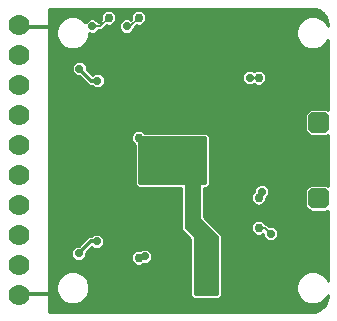
<source format=gbl>
G75*
G70*
%OFA0B0*%
%FSLAX24Y24*%
%IPPOS*%
%LPD*%
%AMOC8*
5,1,8,0,0,1.08239X$1,22.5*
%
%ADD10C,0.0679*%
%ADD11C,0.0339*%
%ADD12C,0.0700*%
%ADD13C,0.0295*%
%ADD14C,0.0100*%
%ADD15C,0.0290*%
%ADD16C,0.0130*%
%ADD17C,0.0060*%
D10*
X019257Y010713D03*
X019257Y013232D03*
D11*
X019088Y013063D02*
X019088Y013401D01*
X019426Y013401D01*
X019426Y013063D01*
X019088Y013063D01*
X019088Y013401D02*
X019426Y013401D01*
X019088Y010882D02*
X019088Y010544D01*
X019088Y010882D02*
X019426Y010882D01*
X019426Y010544D01*
X019088Y010544D01*
X019088Y010882D02*
X019426Y010882D01*
D12*
X009257Y007473D03*
X009257Y008473D03*
X009257Y009473D03*
X009257Y010473D03*
X009257Y011473D03*
X009257Y012473D03*
X009257Y013473D03*
X009257Y014473D03*
X009257Y015473D03*
X009257Y016473D03*
D13*
X012257Y016723D03*
X013257Y016723D03*
X017257Y014723D03*
X013257Y012723D03*
X013257Y010723D03*
X013257Y008723D03*
X017257Y009723D03*
X017257Y010723D03*
D14*
X017514Y010720D02*
X017573Y010778D01*
X017612Y010872D01*
X017612Y010973D01*
X017573Y011067D01*
X017501Y011139D01*
X017408Y011177D01*
X017306Y011177D01*
X017212Y011139D01*
X017141Y011067D01*
X017102Y010973D01*
X017102Y010932D01*
X017038Y010868D01*
X016999Y010774D01*
X016999Y010671D01*
X017038Y010577D01*
X017111Y010504D01*
X017206Y010465D01*
X017308Y010465D01*
X017403Y010504D01*
X017475Y010577D01*
X017514Y010671D01*
X017514Y010720D01*
X017512Y010664D02*
X018807Y010664D01*
X018807Y010623D02*
X018808Y010621D01*
X018808Y010488D01*
X018851Y010385D01*
X018929Y010307D01*
X019032Y010264D01*
X019165Y010264D01*
X019167Y010263D01*
X019346Y010263D01*
X019349Y010264D01*
X019482Y010264D01*
X019557Y010295D01*
X019557Y007952D01*
X019523Y008034D01*
X019368Y008189D01*
X019166Y008272D01*
X018947Y008272D01*
X018745Y008189D01*
X018591Y008034D01*
X018507Y007832D01*
X018507Y007613D01*
X018591Y007411D01*
X018745Y007256D01*
X018947Y007173D01*
X019166Y007173D01*
X019368Y007256D01*
X019523Y007411D01*
X019557Y007493D01*
X019557Y007422D01*
X019551Y007344D01*
X019502Y007196D01*
X019410Y007069D01*
X019284Y006977D01*
X019135Y006929D01*
X019057Y006922D01*
X019022Y006922D01*
X018974Y006922D01*
X010257Y006922D01*
X010257Y017023D01*
X019057Y017023D01*
X019135Y017016D01*
X019284Y016968D01*
X019410Y016876D01*
X019502Y016749D01*
X019551Y016601D01*
X019557Y016523D01*
X019557Y016464D01*
X019557Y016452D01*
X019523Y016534D01*
X019368Y016689D01*
X019166Y016772D01*
X018947Y016772D01*
X018745Y016689D01*
X018591Y016534D01*
X018507Y016332D01*
X018507Y016113D01*
X018591Y015911D01*
X018745Y015756D01*
X018947Y015673D01*
X019166Y015673D01*
X019368Y015756D01*
X019523Y015911D01*
X019557Y015993D01*
X019557Y013650D01*
X019482Y013681D01*
X019349Y013681D01*
X019346Y013682D01*
X019167Y013682D01*
X019165Y013681D01*
X019032Y013681D01*
X018929Y013638D01*
X018851Y013560D01*
X018808Y013457D01*
X018808Y013324D01*
X018807Y013322D01*
X018807Y013143D01*
X018808Y013141D01*
X018808Y013007D01*
X018851Y012905D01*
X018929Y012826D01*
X019032Y012784D01*
X019165Y012784D01*
X019167Y012783D01*
X019346Y012783D01*
X019349Y012784D01*
X019482Y012784D01*
X019557Y012815D01*
X019557Y011130D01*
X019482Y011161D01*
X019349Y011161D01*
X019346Y011162D01*
X019167Y011162D01*
X019165Y011161D01*
X019032Y011161D01*
X018929Y011119D01*
X018851Y011040D01*
X018808Y010938D01*
X018808Y010804D01*
X018807Y010802D01*
X018807Y010623D01*
X018808Y010566D02*
X017464Y010566D01*
X017314Y010467D02*
X018817Y010467D01*
X018867Y010369D02*
X015432Y010369D01*
X015432Y010467D02*
X017200Y010467D01*
X017049Y010566D02*
X015432Y010566D01*
X015432Y010664D02*
X017002Y010664D01*
X016999Y010763D02*
X015432Y010763D01*
X015432Y010861D02*
X017036Y010861D01*
X017102Y010960D02*
X015432Y010960D01*
X015432Y011048D02*
X015529Y011048D01*
X015632Y011150D01*
X015632Y011295D01*
X015632Y012795D01*
X015529Y012897D01*
X015384Y012897D01*
X013446Y012897D01*
X013403Y012941D01*
X013308Y012980D01*
X013206Y012980D01*
X013111Y012941D01*
X013038Y012868D01*
X012999Y012774D01*
X012999Y012671D01*
X013038Y012577D01*
X013111Y012504D01*
X013132Y012495D01*
X013132Y011150D01*
X013234Y011048D01*
X013379Y011048D01*
X014682Y011048D01*
X014682Y009650D01*
X014784Y009548D01*
X014982Y009350D01*
X014982Y007450D01*
X015084Y007348D01*
X015229Y007348D01*
X015929Y007348D01*
X016032Y007450D01*
X016032Y007595D01*
X016032Y009495D01*
X015929Y009597D01*
X015432Y010095D01*
X015432Y011048D01*
X015540Y011058D02*
X017137Y011058D01*
X017257Y011157D02*
X015632Y011157D01*
X015632Y011256D02*
X019557Y011256D01*
X019557Y011354D02*
X015632Y011354D01*
X015632Y011453D02*
X019557Y011453D01*
X019557Y011551D02*
X015632Y011551D01*
X015632Y011650D02*
X019557Y011650D01*
X019557Y011748D02*
X015632Y011748D01*
X015632Y011847D02*
X019557Y011847D01*
X019557Y011945D02*
X015632Y011945D01*
X015632Y012044D02*
X019557Y012044D01*
X019557Y012142D02*
X015632Y012142D01*
X015632Y012241D02*
X019557Y012241D01*
X019557Y012339D02*
X015632Y012339D01*
X015632Y012438D02*
X019557Y012438D01*
X019557Y012537D02*
X015632Y012537D01*
X015632Y012635D02*
X019557Y012635D01*
X019557Y012734D02*
X015632Y012734D01*
X015595Y012832D02*
X018923Y012832D01*
X018840Y012931D02*
X013413Y012931D01*
X013101Y012931D02*
X010257Y012931D01*
X010257Y013029D02*
X018808Y013029D01*
X018808Y013128D02*
X010257Y013128D01*
X010257Y013226D02*
X018807Y013226D01*
X018808Y013325D02*
X010257Y013325D01*
X010257Y013423D02*
X018808Y013423D01*
X018835Y013522D02*
X010257Y013522D01*
X010257Y013621D02*
X018911Y013621D01*
X019557Y013719D02*
X010257Y013719D01*
X010257Y013818D02*
X019557Y013818D01*
X019557Y013916D02*
X010257Y013916D01*
X010257Y014015D02*
X019557Y014015D01*
X019557Y014113D02*
X010257Y014113D01*
X010257Y014212D02*
X019557Y014212D01*
X019557Y014310D02*
X010257Y014310D01*
X010257Y014409D02*
X011735Y014409D01*
X011737Y014406D02*
X011831Y014368D01*
X011933Y014368D01*
X012026Y014406D01*
X012098Y014478D01*
X012137Y014572D01*
X012137Y014673D01*
X012098Y014767D01*
X012026Y014839D01*
X011933Y014877D01*
X011831Y014877D01*
X011737Y014839D01*
X011725Y014826D01*
X011537Y015015D01*
X011537Y015073D01*
X011498Y015167D01*
X011426Y015239D01*
X011333Y015277D01*
X011231Y015277D01*
X011137Y015239D01*
X011066Y015167D01*
X011027Y015073D01*
X011027Y014972D01*
X011066Y014878D01*
X011137Y014806D01*
X011231Y014768D01*
X011289Y014768D01*
X011507Y014550D01*
X011609Y014448D01*
X011696Y014448D01*
X011737Y014406D01*
X011549Y014507D02*
X010257Y014507D01*
X010257Y014606D02*
X011451Y014606D01*
X011352Y014705D02*
X010257Y014705D01*
X010257Y014803D02*
X011145Y014803D01*
X011056Y014902D02*
X010257Y014902D01*
X010257Y015000D02*
X011027Y015000D01*
X011037Y015099D02*
X010257Y015099D01*
X010257Y015197D02*
X011096Y015197D01*
X011468Y015197D02*
X019557Y015197D01*
X019557Y015099D02*
X011526Y015099D01*
X011552Y015000D02*
X019557Y015000D01*
X019557Y014902D02*
X017442Y014902D01*
X017475Y014868D02*
X017403Y014941D01*
X017308Y014980D01*
X017206Y014980D01*
X017111Y014941D01*
X017105Y014935D01*
X017101Y014939D01*
X017008Y014977D01*
X016906Y014977D01*
X016812Y014939D01*
X016741Y014867D01*
X016702Y014773D01*
X016702Y014672D01*
X016741Y014578D01*
X016812Y014506D01*
X016906Y014468D01*
X017008Y014468D01*
X017101Y014506D01*
X017105Y014510D01*
X017111Y014504D01*
X017206Y014465D01*
X017308Y014465D01*
X017403Y014504D01*
X017475Y014577D01*
X017514Y014671D01*
X017514Y014774D01*
X017475Y014868D01*
X017502Y014803D02*
X019557Y014803D01*
X019557Y014705D02*
X017514Y014705D01*
X017487Y014606D02*
X019557Y014606D01*
X019557Y014507D02*
X017406Y014507D01*
X017108Y014507D02*
X017102Y014507D01*
X016811Y014507D02*
X012110Y014507D01*
X012137Y014606D02*
X016729Y014606D01*
X016702Y014705D02*
X012124Y014705D01*
X012062Y014803D02*
X016714Y014803D01*
X016775Y014902D02*
X011650Y014902D01*
X012029Y014409D02*
X019557Y014409D01*
X019557Y015296D02*
X010257Y015296D01*
X010257Y015394D02*
X019557Y015394D01*
X019557Y015493D02*
X010257Y015493D01*
X010257Y015591D02*
X019557Y015591D01*
X019557Y015690D02*
X019208Y015690D01*
X019401Y015789D02*
X019557Y015789D01*
X019557Y015887D02*
X019499Y015887D01*
X019554Y015986D02*
X019557Y015986D01*
X019546Y016478D02*
X019557Y016478D01*
X019553Y016577D02*
X019480Y016577D01*
X019526Y016675D02*
X019382Y016675D01*
X019485Y016774D02*
X013514Y016774D01*
X013475Y016868D01*
X013403Y016941D01*
X013308Y016980D01*
X013206Y016980D01*
X013111Y016941D01*
X013038Y016868D01*
X012999Y016774D01*
X012514Y016774D01*
X012475Y016868D01*
X012403Y016941D01*
X012308Y016980D01*
X012206Y016980D01*
X012111Y016941D01*
X012038Y016868D01*
X011999Y016774D01*
X010257Y016774D01*
X010257Y016872D02*
X012042Y016872D01*
X011999Y016774D02*
X011999Y016671D01*
X012002Y016665D01*
X011925Y016588D01*
X011923Y016592D01*
X011851Y016664D01*
X011758Y016702D01*
X011656Y016702D01*
X011562Y016664D01*
X011491Y016592D01*
X011483Y016574D01*
X011368Y016689D01*
X011166Y016772D01*
X010947Y016772D01*
X010745Y016689D01*
X010591Y016534D01*
X010507Y016332D01*
X010507Y016113D01*
X010591Y015911D01*
X010745Y015756D01*
X010947Y015673D01*
X011166Y015673D01*
X011368Y015756D01*
X011523Y015911D01*
X011607Y016113D01*
X011607Y016213D01*
X011656Y016193D01*
X011758Y016193D01*
X011851Y016231D01*
X011923Y016303D01*
X011925Y016308D01*
X012040Y016308D01*
X012200Y016467D01*
X012206Y016465D01*
X012308Y016465D01*
X012403Y016504D01*
X012475Y016577D01*
X012634Y016577D01*
X012641Y016592D02*
X012602Y016498D01*
X012602Y016397D01*
X012641Y016303D01*
X012712Y016231D01*
X012806Y016193D01*
X012908Y016193D01*
X013001Y016231D01*
X013073Y016303D01*
X013100Y016367D01*
X013122Y016389D01*
X013200Y016467D01*
X013206Y016465D01*
X013308Y016465D01*
X013403Y016504D01*
X013475Y016577D01*
X018633Y016577D01*
X018568Y016478D02*
X013340Y016478D01*
X013475Y016577D02*
X013514Y016671D01*
X013514Y016774D01*
X013514Y016675D02*
X018732Y016675D01*
X018527Y016380D02*
X013112Y016380D01*
X013051Y016281D02*
X018507Y016281D01*
X018507Y016183D02*
X011607Y016183D01*
X011595Y016084D02*
X018519Y016084D01*
X018560Y015986D02*
X011554Y015986D01*
X011499Y015887D02*
X018614Y015887D01*
X018713Y015789D02*
X011401Y015789D01*
X011208Y015690D02*
X018905Y015690D01*
X019413Y016872D02*
X013471Y016872D01*
X013330Y016971D02*
X019275Y016971D01*
X013184Y016971D02*
X012330Y016971D01*
X012184Y016971D02*
X010257Y016971D01*
X010257Y016675D02*
X010732Y016675D01*
X010633Y016577D02*
X010257Y016577D01*
X010257Y016478D02*
X010568Y016478D01*
X010527Y016380D02*
X010257Y016380D01*
X010257Y016281D02*
X010507Y016281D01*
X010507Y016183D02*
X010257Y016183D01*
X010257Y016084D02*
X010519Y016084D01*
X010560Y015986D02*
X010257Y015986D01*
X010257Y015887D02*
X010614Y015887D01*
X010713Y015789D02*
X010257Y015789D01*
X010257Y015690D02*
X010905Y015690D01*
X011901Y016281D02*
X012663Y016281D01*
X012609Y016380D02*
X012112Y016380D01*
X012340Y016478D02*
X012602Y016478D01*
X012641Y016592D02*
X012712Y016664D01*
X012806Y016702D01*
X012908Y016702D01*
X013000Y016664D01*
X013002Y016665D01*
X012999Y016671D01*
X012999Y016774D01*
X012999Y016675D02*
X012973Y016675D01*
X013042Y016872D02*
X012471Y016872D01*
X012514Y016774D02*
X012514Y016671D01*
X012475Y016577D01*
X012514Y016675D02*
X012741Y016675D01*
X011999Y016675D02*
X011823Y016675D01*
X011591Y016675D02*
X011382Y016675D01*
X011480Y016577D02*
X011484Y016577D01*
X010257Y012832D02*
X013023Y012832D01*
X012999Y012734D02*
X010257Y012734D01*
X010257Y012635D02*
X013014Y012635D01*
X013078Y012537D02*
X010257Y012537D01*
X010257Y012438D02*
X013132Y012438D01*
X013132Y012339D02*
X010257Y012339D01*
X010257Y012241D02*
X013132Y012241D01*
X013132Y012142D02*
X010257Y012142D01*
X010257Y012044D02*
X013132Y012044D01*
X013132Y011945D02*
X010257Y011945D01*
X010257Y011847D02*
X013132Y011847D01*
X013132Y011748D02*
X010257Y011748D01*
X010257Y011650D02*
X013132Y011650D01*
X013132Y011551D02*
X010257Y011551D01*
X010257Y011453D02*
X013132Y011453D01*
X013132Y011354D02*
X010257Y011354D01*
X010257Y011256D02*
X013132Y011256D01*
X013132Y011157D02*
X010257Y011157D01*
X010257Y011058D02*
X013223Y011058D01*
X014682Y010960D02*
X010257Y010960D01*
X010257Y010861D02*
X014682Y010861D01*
X014682Y010763D02*
X010257Y010763D01*
X010257Y010664D02*
X014682Y010664D01*
X014682Y010566D02*
X010257Y010566D01*
X010257Y010467D02*
X014682Y010467D01*
X014682Y010369D02*
X010257Y010369D01*
X010257Y010270D02*
X014682Y010270D01*
X014682Y010172D02*
X010257Y010172D01*
X010257Y010073D02*
X014682Y010073D01*
X014682Y009974D02*
X010257Y009974D01*
X010257Y009876D02*
X014682Y009876D01*
X014682Y009777D02*
X010257Y009777D01*
X010257Y009679D02*
X014682Y009679D01*
X014752Y009580D02*
X010257Y009580D01*
X010257Y009482D02*
X011705Y009482D01*
X011712Y009489D02*
X011671Y009447D01*
X011584Y009447D01*
X011482Y009345D01*
X011264Y009127D01*
X011206Y009127D01*
X011112Y009089D01*
X011041Y009017D01*
X011002Y008923D01*
X011002Y008822D01*
X011041Y008728D01*
X011112Y008656D01*
X011206Y008618D01*
X011308Y008618D01*
X011401Y008656D01*
X011473Y008728D01*
X011512Y008822D01*
X011512Y008880D01*
X011700Y009069D01*
X011712Y009056D01*
X011806Y009018D01*
X011908Y009018D01*
X012001Y009056D01*
X012073Y009128D01*
X012112Y009222D01*
X012112Y009323D01*
X012073Y009417D01*
X012001Y009489D01*
X011908Y009527D01*
X011806Y009527D01*
X011712Y009489D01*
X011520Y009383D02*
X010257Y009383D01*
X010257Y009285D02*
X011421Y009285D01*
X011323Y009186D02*
X010257Y009186D01*
X010257Y009088D02*
X011111Y009088D01*
X011029Y008989D02*
X010257Y008989D01*
X010257Y008890D02*
X011002Y008890D01*
X011014Y008792D02*
X010257Y008792D01*
X010257Y008693D02*
X011075Y008693D01*
X011438Y008693D02*
X012999Y008693D01*
X012999Y008671D02*
X013038Y008577D01*
X013111Y008504D01*
X013206Y008465D01*
X013308Y008465D01*
X013403Y008504D01*
X013416Y008518D01*
X013508Y008518D01*
X013601Y008556D01*
X013673Y008628D01*
X013712Y008722D01*
X013712Y008823D01*
X013673Y008917D01*
X013601Y008989D01*
X013508Y009027D01*
X013406Y009027D01*
X013312Y008989D01*
X013304Y008980D01*
X013206Y008980D01*
X013111Y008941D01*
X013038Y008868D01*
X012999Y008774D01*
X012999Y008671D01*
X013031Y008595D02*
X010257Y008595D01*
X010257Y008496D02*
X013130Y008496D01*
X013384Y008496D02*
X014982Y008496D01*
X014982Y008398D02*
X010257Y008398D01*
X010257Y008299D02*
X014982Y008299D01*
X014982Y008201D02*
X011340Y008201D01*
X011368Y008189D02*
X011166Y008272D01*
X010947Y008272D01*
X010745Y008189D01*
X010591Y008034D01*
X010507Y007832D01*
X010507Y007613D01*
X010591Y007411D01*
X010745Y007256D01*
X010947Y007173D01*
X011166Y007173D01*
X011368Y007256D01*
X011523Y007411D01*
X011607Y007613D01*
X011607Y007832D01*
X011523Y008034D01*
X011368Y008189D01*
X011455Y008102D02*
X014982Y008102D01*
X014982Y008004D02*
X011536Y008004D01*
X011577Y007905D02*
X014982Y007905D01*
X014982Y007806D02*
X011607Y007806D01*
X011607Y007708D02*
X014982Y007708D01*
X014982Y007609D02*
X011605Y007609D01*
X011564Y007511D02*
X014982Y007511D01*
X015020Y007412D02*
X011524Y007412D01*
X011426Y007314D02*
X018688Y007314D01*
X018590Y007412D02*
X015994Y007412D01*
X016032Y007511D02*
X018549Y007511D01*
X018508Y007609D02*
X016032Y007609D01*
X016032Y007708D02*
X018507Y007708D01*
X018507Y007806D02*
X016032Y007806D01*
X016032Y007905D02*
X018537Y007905D01*
X018578Y008004D02*
X016032Y008004D01*
X016032Y008102D02*
X018659Y008102D01*
X018774Y008201D02*
X016032Y008201D01*
X016032Y008299D02*
X019557Y008299D01*
X019557Y008201D02*
X019340Y008201D01*
X019455Y008102D02*
X019557Y008102D01*
X019557Y008004D02*
X019536Y008004D01*
X019557Y008398D02*
X016032Y008398D01*
X016032Y008496D02*
X019557Y008496D01*
X019557Y008595D02*
X016032Y008595D01*
X016032Y008693D02*
X019557Y008693D01*
X019557Y008792D02*
X016032Y008792D01*
X016032Y008890D02*
X019557Y008890D01*
X019557Y008989D02*
X016032Y008989D01*
X016032Y009088D02*
X019557Y009088D01*
X019557Y009186D02*
X016032Y009186D01*
X016032Y009285D02*
X017565Y009285D01*
X017606Y009268D02*
X017512Y009306D01*
X017441Y009378D01*
X017402Y009472D01*
X017402Y009504D01*
X017308Y009465D01*
X017206Y009465D01*
X017111Y009504D01*
X017038Y009577D01*
X016999Y009671D01*
X016999Y009774D01*
X017038Y009868D01*
X017111Y009941D01*
X017206Y009980D01*
X017308Y009980D01*
X017403Y009941D01*
X017475Y009868D01*
X017478Y009862D01*
X017515Y009862D01*
X017602Y009776D01*
X017606Y009777D01*
X017600Y009777D01*
X017606Y009777D02*
X017708Y009777D01*
X019557Y009777D01*
X019557Y009679D02*
X017861Y009679D01*
X017873Y009667D02*
X017801Y009739D01*
X017708Y009777D01*
X017873Y009667D02*
X017912Y009573D01*
X017912Y009472D01*
X017873Y009378D01*
X017801Y009306D01*
X017708Y009268D01*
X017606Y009268D01*
X017749Y009285D02*
X019557Y009285D01*
X019557Y009383D02*
X017875Y009383D01*
X017912Y009482D02*
X019557Y009482D01*
X019557Y009580D02*
X017909Y009580D01*
X017439Y009383D02*
X016032Y009383D01*
X016032Y009482D02*
X017165Y009482D01*
X017037Y009580D02*
X015947Y009580D01*
X015848Y009679D02*
X016999Y009679D01*
X017001Y009777D02*
X015749Y009777D01*
X015651Y009876D02*
X017046Y009876D01*
X017192Y009974D02*
X015552Y009974D01*
X015454Y010073D02*
X019557Y010073D01*
X019557Y009974D02*
X017322Y009974D01*
X017468Y009876D02*
X019557Y009876D01*
X019557Y010172D02*
X015432Y010172D01*
X015432Y010270D02*
X019018Y010270D01*
X019496Y010270D02*
X019557Y010270D01*
X018807Y010763D02*
X017558Y010763D01*
X017607Y010861D02*
X018808Y010861D01*
X018818Y010960D02*
X017612Y010960D01*
X017577Y011058D02*
X018869Y011058D01*
X019022Y011157D02*
X017457Y011157D01*
X017402Y009482D02*
X017349Y009482D01*
X019492Y011157D02*
X019557Y011157D01*
X019524Y007412D02*
X019556Y007412D01*
X019541Y007314D02*
X019426Y007314D01*
X019509Y007215D02*
X019269Y007215D01*
X019445Y007117D02*
X010257Y007117D01*
X010257Y007215D02*
X010844Y007215D01*
X010688Y007314D02*
X010257Y007314D01*
X010257Y007412D02*
X010590Y007412D01*
X010549Y007511D02*
X010257Y007511D01*
X010257Y007609D02*
X010508Y007609D01*
X010507Y007708D02*
X010257Y007708D01*
X010257Y007806D02*
X010507Y007806D01*
X010537Y007905D02*
X010257Y007905D01*
X010257Y008004D02*
X010578Y008004D01*
X010659Y008102D02*
X010257Y008102D01*
X010257Y008201D02*
X010774Y008201D01*
X011499Y008792D02*
X013007Y008792D01*
X013060Y008890D02*
X011522Y008890D01*
X011621Y008989D02*
X013313Y008989D01*
X013600Y008989D02*
X014982Y008989D01*
X014982Y009088D02*
X012032Y009088D01*
X012097Y009186D02*
X014982Y009186D01*
X014982Y009285D02*
X012112Y009285D01*
X012087Y009383D02*
X014949Y009383D01*
X014850Y009482D02*
X012008Y009482D01*
X013684Y008890D02*
X014982Y008890D01*
X014982Y008792D02*
X013712Y008792D01*
X013700Y008693D02*
X014982Y008693D01*
X014982Y008595D02*
X013640Y008595D01*
X011269Y007215D02*
X018844Y007215D01*
X019341Y007018D02*
X010257Y007018D01*
D15*
X011257Y008873D03*
X011857Y009273D03*
X012982Y009173D03*
X013457Y008773D03*
X013932Y008798D03*
X014807Y009248D03*
X015357Y008623D03*
X015657Y008623D03*
X015657Y008223D03*
X015357Y008223D03*
X015357Y007823D03*
X015657Y007823D03*
X014757Y007273D03*
X014457Y007273D03*
X017107Y007298D03*
X017107Y007598D03*
X018482Y008323D03*
X018807Y008598D03*
X017657Y009523D03*
X017357Y010923D03*
X015657Y010698D03*
X015257Y011423D03*
X014957Y011423D03*
X014657Y011423D03*
X014657Y012498D03*
X014957Y012498D03*
X015257Y012498D03*
X014657Y013298D03*
X015907Y013298D03*
X016907Y013298D03*
X016957Y014723D03*
X015857Y014773D03*
X013882Y014773D03*
X013357Y015098D03*
X012507Y015473D03*
X012882Y016023D03*
X012857Y016448D03*
X011707Y016448D03*
X011282Y015023D03*
X011882Y014623D03*
X010382Y014173D03*
X012907Y013298D03*
X013457Y012273D03*
X013457Y011973D03*
X013457Y011673D03*
X012407Y010698D03*
X011607Y011098D03*
X010382Y009773D03*
X014807Y016398D03*
X018907Y013998D03*
D16*
X015457Y012723D02*
X015457Y011223D01*
X015257Y011223D01*
X015257Y010023D01*
X015857Y009423D01*
X015857Y007523D01*
X015157Y007523D01*
X015157Y009423D01*
X014857Y009723D01*
X014857Y011223D01*
X013307Y011223D01*
X013307Y012723D01*
X015457Y012723D01*
X015457Y012636D02*
X013307Y012636D01*
X013307Y012507D02*
X015457Y012507D01*
X015457Y012378D02*
X013307Y012378D01*
X013307Y012250D02*
X015457Y012250D01*
X015457Y012121D02*
X013307Y012121D01*
X013307Y011993D02*
X015457Y011993D01*
X015457Y011864D02*
X013307Y011864D01*
X013307Y011736D02*
X015457Y011736D01*
X015457Y011607D02*
X013307Y011607D01*
X013307Y011479D02*
X015457Y011479D01*
X015457Y011350D02*
X013307Y011350D01*
X014857Y011222D02*
X015257Y011222D01*
X015257Y011093D02*
X014857Y011093D01*
X014857Y010964D02*
X015257Y010964D01*
X015257Y010836D02*
X014857Y010836D01*
X014857Y010707D02*
X015257Y010707D01*
X015257Y010579D02*
X014857Y010579D01*
X014857Y010450D02*
X015257Y010450D01*
X015257Y010322D02*
X014857Y010322D01*
X014857Y010193D02*
X015257Y010193D01*
X015257Y010065D02*
X014857Y010065D01*
X014857Y009936D02*
X015343Y009936D01*
X015472Y009808D02*
X014857Y009808D01*
X014900Y009679D02*
X015600Y009679D01*
X015729Y009550D02*
X015029Y009550D01*
X015157Y009422D02*
X015857Y009422D01*
X015857Y009293D02*
X015157Y009293D01*
X015157Y009165D02*
X015857Y009165D01*
X015857Y009036D02*
X015157Y009036D01*
X015157Y008908D02*
X015857Y008908D01*
X015857Y008779D02*
X015157Y008779D01*
X015157Y008651D02*
X015857Y008651D01*
X015857Y008522D02*
X015157Y008522D01*
X015157Y008394D02*
X015857Y008394D01*
X015857Y008265D02*
X015157Y008265D01*
X015157Y008136D02*
X015857Y008136D01*
X015857Y008008D02*
X015157Y008008D01*
X015157Y007879D02*
X015857Y007879D01*
X015857Y007751D02*
X015157Y007751D01*
X015157Y007622D02*
X015857Y007622D01*
X011857Y009273D02*
X011657Y009273D01*
X011257Y008873D01*
X010357Y007523D02*
X009307Y007523D01*
X009257Y007473D01*
X011682Y014623D02*
X011882Y014623D01*
X011682Y014623D02*
X011282Y015023D01*
X010357Y016423D02*
X009307Y016423D01*
X009257Y016473D01*
D17*
X011707Y016448D02*
X011982Y016448D01*
X012257Y016723D01*
X012857Y016448D02*
X012982Y016448D01*
X013257Y016723D01*
X016957Y014723D02*
X017257Y014723D01*
X017357Y010923D02*
X017257Y010823D01*
X017257Y010723D01*
X017257Y009723D02*
X017457Y009723D01*
X017657Y009523D01*
X013457Y008773D02*
X013407Y008723D01*
X013257Y008723D01*
M02*

</source>
